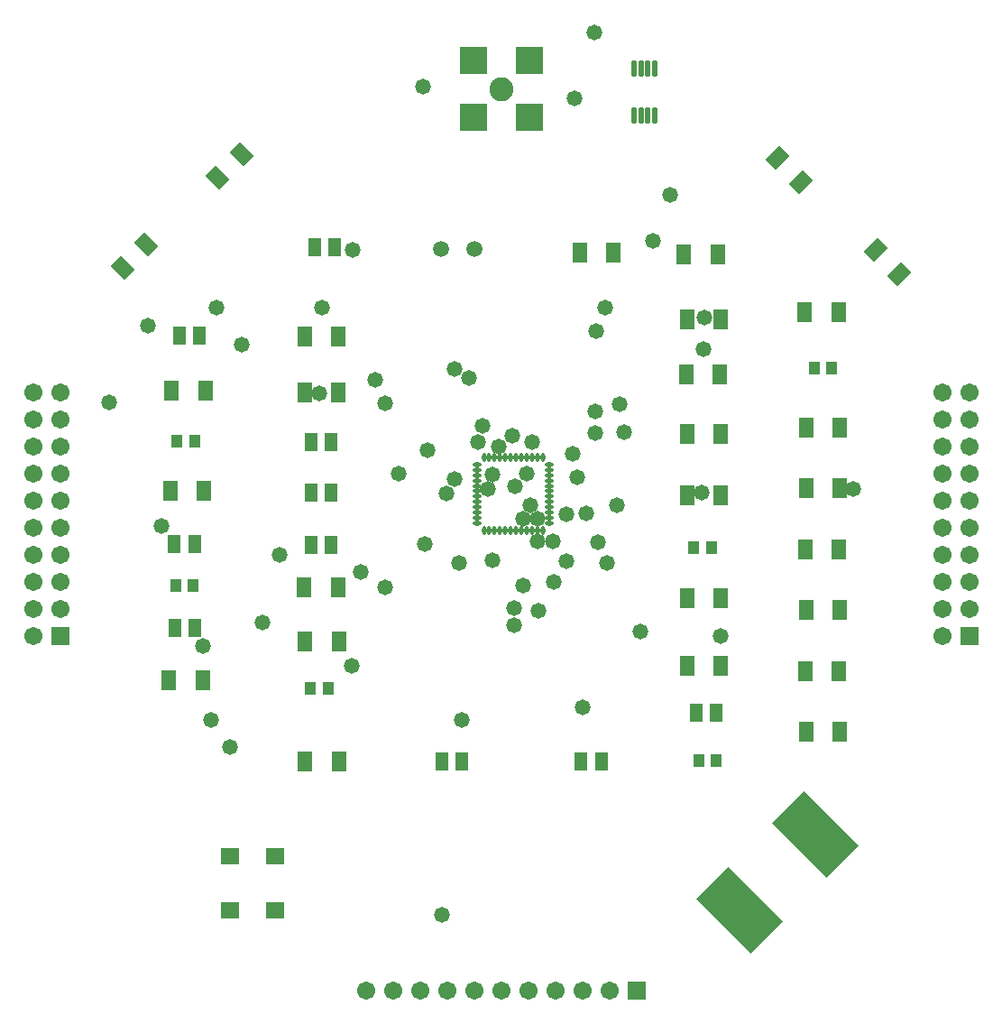
<source format=gts>
G04*
G04 #@! TF.GenerationSoftware,Altium Limited,Altium Designer,18.1.9 (240)*
G04*
G04 Layer_Color=8388736*
%FSLAX24Y24*%
%MOIN*%
G70*
G01*
G75*
G04:AMPARAMS|DCode=26|XSize=74.9mil|YSize=53.3mil|CornerRadius=0mil|HoleSize=0mil|Usage=FLASHONLY|Rotation=225.000|XOffset=0mil|YOffset=0mil|HoleType=Round|Shape=Rectangle|*
%AMROTATEDRECTD26*
4,1,4,0.0077,0.0453,0.0453,0.0077,-0.0077,-0.0453,-0.0453,-0.0077,0.0077,0.0453,0.0*
%
%ADD26ROTATEDRECTD26*%

G04:AMPARAMS|DCode=27|XSize=165.5mil|YSize=283.6mil|CornerRadius=0mil|HoleSize=0mil|Usage=FLASHONLY|Rotation=45.000|XOffset=0mil|YOffset=0mil|HoleType=Round|Shape=Rectangle|*
%AMROTATEDRECTD27*
4,1,4,0.0418,-0.1588,-0.1588,0.0418,-0.0418,0.1588,0.1588,-0.0418,0.0418,-0.1588,0.0*
%
%ADD27ROTATEDRECTD27*%

G04:AMPARAMS|DCode=28|XSize=74.9mil|YSize=53.3mil|CornerRadius=0mil|HoleSize=0mil|Usage=FLASHONLY|Rotation=135.000|XOffset=0mil|YOffset=0mil|HoleType=Round|Shape=Rectangle|*
%AMROTATEDRECTD28*
4,1,4,0.0453,-0.0077,0.0077,-0.0453,-0.0453,0.0077,-0.0077,0.0453,0.0453,-0.0077,0.0*
%
%ADD28ROTATEDRECTD28*%

%ADD29R,0.0430X0.0482*%
%ADD30R,0.0533X0.0749*%
%ADD31R,0.0513X0.0651*%
%ADD32O,0.0218X0.0611*%
%ADD33R,0.0651X0.0631*%
%ADD34O,0.0174X0.0316*%
%ADD35O,0.0316X0.0174*%
%ADD36R,0.1041X0.1041*%
%ADD37C,0.0887*%
%ADD38C,0.0592*%
%ADD39C,0.0671*%
%ADD40R,0.0671X0.0671*%
%ADD41R,0.0671X0.0671*%
%ADD42C,0.0580*%
D26*
X33100Y28700D02*
D03*
X33977Y27823D02*
D03*
X29450Y32100D02*
D03*
X30327Y31223D02*
D03*
D27*
X28066Y4316D02*
D03*
X30850Y7100D02*
D03*
D28*
X9650Y32250D02*
D03*
X8773Y31373D02*
D03*
X5250Y28050D02*
D03*
X6127Y28927D02*
D03*
D29*
X27019Y17700D02*
D03*
X26381D02*
D03*
X27200Y9850D02*
D03*
X26562D02*
D03*
X30831Y24350D02*
D03*
X31469D02*
D03*
X12850Y12500D02*
D03*
X12212D02*
D03*
X7231Y16300D02*
D03*
X7869D02*
D03*
X7919Y21650D02*
D03*
X7281D02*
D03*
D30*
X13220Y16250D02*
D03*
X11980D02*
D03*
X30530Y22150D02*
D03*
X31770D02*
D03*
X30530Y19900D02*
D03*
X31770D02*
D03*
X26130Y19650D02*
D03*
X27370D02*
D03*
X26010Y28550D02*
D03*
X27250D02*
D03*
X30530Y10900D02*
D03*
X31770D02*
D03*
X30530Y15400D02*
D03*
X31770D02*
D03*
X12010Y14250D02*
D03*
X13250D02*
D03*
X26130Y21900D02*
D03*
X27370D02*
D03*
X6980Y12800D02*
D03*
X8220D02*
D03*
X13250Y9800D02*
D03*
X12010D02*
D03*
X7030Y19800D02*
D03*
X8270D02*
D03*
X8320Y23500D02*
D03*
X7080D02*
D03*
X27370Y26150D02*
D03*
X26130D02*
D03*
X30480Y26400D02*
D03*
X31720D02*
D03*
X27370Y13350D02*
D03*
X26130D02*
D03*
X27370Y15850D02*
D03*
X26130D02*
D03*
X11983Y25500D02*
D03*
X13224D02*
D03*
X26100Y24100D02*
D03*
X27340D02*
D03*
X11983Y23450D02*
D03*
X13224D02*
D03*
X30500Y13150D02*
D03*
X31740D02*
D03*
X22160Y28600D02*
D03*
X23400D02*
D03*
X30500Y17650D02*
D03*
X31740D02*
D03*
D31*
X12974Y17800D02*
D03*
X12226D02*
D03*
X12974Y19750D02*
D03*
X12226D02*
D03*
X12974Y21600D02*
D03*
X12226D02*
D03*
X13100Y28800D02*
D03*
X12352D02*
D03*
X22950Y9800D02*
D03*
X22202D02*
D03*
X27200Y11600D02*
D03*
X26452D02*
D03*
X7199Y14750D02*
D03*
X7947D02*
D03*
X17798Y9800D02*
D03*
X17050D02*
D03*
X7176Y17850D02*
D03*
X7924D02*
D03*
X7350Y25550D02*
D03*
X8098D02*
D03*
D32*
X24166Y33674D02*
D03*
X24422D02*
D03*
X24678D02*
D03*
X24934D02*
D03*
X24166Y35426D02*
D03*
X24422D02*
D03*
X24678D02*
D03*
X24934D02*
D03*
D33*
X10900Y4300D02*
D03*
Y6300D02*
D03*
X9223Y4300D02*
D03*
Y6300D02*
D03*
D34*
X18617Y21039D02*
D03*
X18814D02*
D03*
X19011D02*
D03*
X19208D02*
D03*
X19405D02*
D03*
X19602D02*
D03*
X19798D02*
D03*
X19995D02*
D03*
X20192D02*
D03*
X20389D02*
D03*
X20586D02*
D03*
X20783D02*
D03*
Y18361D02*
D03*
X20586D02*
D03*
X20389D02*
D03*
X20192D02*
D03*
X19995D02*
D03*
X19798D02*
D03*
X19602D02*
D03*
X19405D02*
D03*
X19208D02*
D03*
X19011D02*
D03*
X18814D02*
D03*
X18617D02*
D03*
D35*
X21039Y20783D02*
D03*
Y20586D02*
D03*
Y20389D02*
D03*
Y20192D02*
D03*
Y19995D02*
D03*
Y19798D02*
D03*
Y19602D02*
D03*
Y19405D02*
D03*
Y19208D02*
D03*
Y19011D02*
D03*
Y18814D02*
D03*
Y18617D02*
D03*
X18361D02*
D03*
Y18814D02*
D03*
Y19011D02*
D03*
Y19208D02*
D03*
Y19405D02*
D03*
Y19602D02*
D03*
Y19798D02*
D03*
Y19995D02*
D03*
Y20192D02*
D03*
Y20389D02*
D03*
Y20586D02*
D03*
Y20783D02*
D03*
D36*
X18221Y33603D02*
D03*
Y35697D02*
D03*
X20315Y33603D02*
D03*
Y35697D02*
D03*
D37*
X19268Y34650D02*
D03*
D38*
X18260Y28750D02*
D03*
X17040D02*
D03*
D39*
X14250Y1350D02*
D03*
X15250D02*
D03*
X16250D02*
D03*
X17250D02*
D03*
X18250D02*
D03*
X19250D02*
D03*
X20250D02*
D03*
X21250D02*
D03*
X22250D02*
D03*
X23250D02*
D03*
X35550Y23450D02*
D03*
Y22450D02*
D03*
Y21450D02*
D03*
Y20450D02*
D03*
Y19450D02*
D03*
Y18450D02*
D03*
Y17450D02*
D03*
Y16450D02*
D03*
Y15450D02*
D03*
Y14450D02*
D03*
X36550Y23450D02*
D03*
Y22450D02*
D03*
Y21450D02*
D03*
Y20450D02*
D03*
Y19450D02*
D03*
Y18450D02*
D03*
Y17450D02*
D03*
Y16450D02*
D03*
Y15450D02*
D03*
X1950Y23450D02*
D03*
Y22450D02*
D03*
Y21450D02*
D03*
Y20450D02*
D03*
Y19450D02*
D03*
Y18450D02*
D03*
Y17450D02*
D03*
Y16450D02*
D03*
Y15450D02*
D03*
Y14450D02*
D03*
X2950Y23450D02*
D03*
Y22450D02*
D03*
Y21450D02*
D03*
Y20450D02*
D03*
Y19450D02*
D03*
Y18450D02*
D03*
Y17450D02*
D03*
Y16450D02*
D03*
Y15450D02*
D03*
D40*
X24250Y1350D02*
D03*
D41*
X36550Y14450D02*
D03*
X2950D02*
D03*
D42*
X21950Y34300D02*
D03*
X22700Y36750D02*
D03*
X16350Y34750D02*
D03*
X21650Y17200D02*
D03*
X17710Y17140D02*
D03*
X9650Y25230D02*
D03*
X19748Y14850D02*
D03*
X19725Y15485D02*
D03*
X20060Y18780D02*
D03*
X16430Y17840D02*
D03*
X15450Y20450D02*
D03*
X21150Y17940D02*
D03*
X23540Y19290D02*
D03*
X23800Y21970D02*
D03*
X21680Y18950D02*
D03*
X22400Y18970D02*
D03*
X22835Y17910D02*
D03*
X23150Y17150D02*
D03*
X22060Y20320D02*
D03*
X22740Y21958D02*
D03*
X4750Y23080D02*
D03*
X22740Y22740D02*
D03*
X18410Y21610D02*
D03*
X20389Y21621D02*
D03*
X20192Y20460D02*
D03*
X19674Y21840D02*
D03*
X8220Y14070D02*
D03*
X17220Y19700D02*
D03*
X23110Y26590D02*
D03*
X8740D02*
D03*
X12620D02*
D03*
X19180Y21460D02*
D03*
X10440Y14940D02*
D03*
X9223Y10350D02*
D03*
X24390Y14630D02*
D03*
X13730Y13350D02*
D03*
X23640Y23010D02*
D03*
X22760Y25700D02*
D03*
X21190Y16450D02*
D03*
X6210Y25910D02*
D03*
X24880Y29060D02*
D03*
X20320Y19280D02*
D03*
X32280Y19880D02*
D03*
X20640Y15390D02*
D03*
X14950Y23060D02*
D03*
Y16240D02*
D03*
X18570Y22230D02*
D03*
X20060Y16320D02*
D03*
X25490Y30760D02*
D03*
X13750Y28730D02*
D03*
X26750Y26200D02*
D03*
X22280Y11830D02*
D03*
X27370Y14440D02*
D03*
X19760Y19990D02*
D03*
X11080Y17450D02*
D03*
X17050Y4150D02*
D03*
X21890Y21170D02*
D03*
X18930Y20430D02*
D03*
X26740Y25050D02*
D03*
X18780Y19870D02*
D03*
X17540Y20250D02*
D03*
X6700Y18520D02*
D03*
X14070Y16820D02*
D03*
X20586Y17950D02*
D03*
X18920Y17240D02*
D03*
X26660Y19750D02*
D03*
X20610Y18780D02*
D03*
X17540Y24320D02*
D03*
X12520Y23410D02*
D03*
X18070Y23980D02*
D03*
X14600Y23920D02*
D03*
X8540Y11350D02*
D03*
X17798D02*
D03*
X16530Y21330D02*
D03*
M02*

</source>
